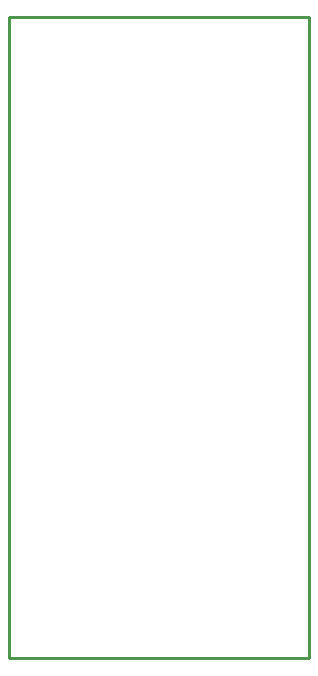
<source format=gko>
G04 EAGLE Gerber RS-274X export*
G75*
%MOMM*%
%FSLAX34Y34*%
%LPD*%
%IN*%
%IPPOS*%
%AMOC8*
5,1,8,0,0,1.08239X$1,22.5*%
G01*
%ADD10C,0.000000*%
%ADD11C,0.254000*%


D10*
X0Y0D02*
X253800Y0D01*
X253800Y542800D01*
X0Y542800D01*
X0Y0D01*
D11*
X0Y0D02*
X253800Y0D01*
X253800Y542800D01*
X0Y542800D01*
X0Y0D01*
M02*

</source>
